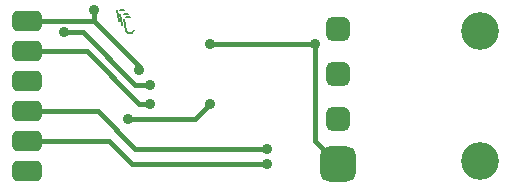
<source format=gbr>
%TF.GenerationSoftware,KiCad,Pcbnew,7.0.5*%
%TF.CreationDate,2023-10-06T16:43:15+02:00*%
%TF.ProjectId,USBTTLPGM_00,55534254-544c-4504-974d-5f30302e6b69,00*%
%TF.SameCoordinates,PX8b8aa80PY5faea10*%
%TF.FileFunction,Copper,L2,Bot*%
%TF.FilePolarity,Positive*%
%FSLAX46Y46*%
G04 Gerber Fmt 4.6, Leading zero omitted, Abs format (unit mm)*
G04 Created by KiCad (PCBNEW 7.0.5) date 2023-10-06 16:43:15*
%MOMM*%
%LPD*%
G01*
G04 APERTURE LIST*
G04 Aperture macros list*
%AMRoundRect*
0 Rectangle with rounded corners*
0 $1 Rounding radius*
0 $2 $3 $4 $5 $6 $7 $8 $9 X,Y pos of 4 corners*
0 Add a 4 corners polygon primitive as box body*
4,1,4,$2,$3,$4,$5,$6,$7,$8,$9,$2,$3,0*
0 Add four circle primitives for the rounded corners*
1,1,$1+$1,$2,$3*
1,1,$1+$1,$4,$5*
1,1,$1+$1,$6,$7*
1,1,$1+$1,$8,$9*
0 Add four rect primitives between the rounded corners*
20,1,$1+$1,$2,$3,$4,$5,0*
20,1,$1+$1,$4,$5,$6,$7,0*
20,1,$1+$1,$6,$7,$8,$9,0*
20,1,$1+$1,$8,$9,$2,$3,0*%
G04 Aperture macros list end*
%TA.AperFunction,EtchedComponent*%
%ADD10C,0.203200*%
%TD*%
%TA.AperFunction,ComponentPad*%
%ADD11RoundRect,0.750000X-0.750000X-0.750000X0.750000X-0.750000X0.750000X0.750000X-0.750000X0.750000X0*%
%TD*%
%TA.AperFunction,ComponentPad*%
%ADD12RoundRect,0.500000X-0.500000X-0.500000X0.500000X-0.500000X0.500000X0.500000X-0.500000X0.500000X0*%
%TD*%
%TA.AperFunction,ComponentPad*%
%ADD13RoundRect,0.437500X0.812500X0.437500X-0.812500X0.437500X-0.812500X-0.437500X0.812500X-0.437500X0*%
%TD*%
%TA.AperFunction,ViaPad*%
%ADD14C,3.200000*%
%TD*%
%TA.AperFunction,ViaPad*%
%ADD15C,0.900000*%
%TD*%
%TA.AperFunction,Conductor*%
%ADD16C,0.406400*%
%TD*%
G04 APERTURE END LIST*
D10*
%TO.C,REF\u002A\u002A*%
X-11382500Y6985000D02*
X-11065000Y6985000D01*
X-10906250Y6667500D02*
X-11223750Y6667500D01*
X-11223750Y5556250D02*
X-11382500Y6508750D01*
X-11700000Y7302500D02*
X-11382500Y7302500D01*
X-11700000Y6985000D02*
X-11541250Y6032500D01*
X-11858750Y6350000D02*
X-12017500Y7302500D01*
X-11223750Y5556250D02*
G75*
G03*
X-10588750Y5556250I317500J105833D01*
G01*
%TD*%
D11*
%TO.P,CN4,1,1*%
%TO.N,GND*%
X6715000Y-5715000D03*
%TD*%
D12*
%TO.P,CN3,1,1*%
%TO.N,Net-(IC2-USBDP)*%
X6715000Y-1905000D03*
%TD*%
%TO.P,CN2,1,1*%
%TO.N,Net-(IC2-USBDM)*%
X6715000Y1905000D03*
%TD*%
%TO.P,CN1,1,1*%
%TO.N,Net-(IC1-EN)*%
X6715000Y5715000D03*
%TD*%
D13*
%TO.P,P6,1,1*%
%TO.N,Net-(D1-C)*%
X-19620000Y-6350000D03*
%TD*%
%TO.P,P5,1,1*%
%TO.N,Net-(IC2-TXD)*%
X-19620000Y-3810000D03*
%TD*%
%TO.P,P4,1,1*%
%TO.N,Net-(IC2-RXD)*%
X-19620000Y-1270000D03*
%TD*%
%TO.P,P3,1,1*%
%TO.N,GND*%
X-19620000Y1270000D03*
%TD*%
%TO.P,P2,1,1*%
%TO.N,Net-(IC2-~{RTS})*%
X-19620000Y3810000D03*
%TD*%
%TO.P,P1,1,1*%
%TO.N,Net-(LD2-PadC)*%
X-19620000Y6350000D03*
%TD*%
D14*
%TO.N,*%
X18780000Y-5500000D03*
X18780000Y5500000D03*
D15*
%TO.N,GND*%
X-4080000Y4445000D03*
X4810000Y4434475D03*
%TO.N,Net-(IC2-~{RI})*%
X-4080000Y-635000D03*
X-11065000Y-1905000D03*
%TO.N,Net-(LD2-PadC)*%
X-13922500Y7302500D03*
X-10112500Y2222500D03*
%TO.N,Net-(IC2-~{DTR})*%
X-16462500Y5397500D03*
X-9160000Y952500D03*
%TO.N,Net-(IC2-~{RTS})*%
X-9160000Y-635000D03*
%TO.N,Net-(IC2-RXD)*%
X682500Y-4445000D03*
%TO.N,Net-(IC2-TXD)*%
X682500Y-5715000D03*
%TD*%
D16*
%TO.N,Net-(IC2-~{RTS})*%
X-14557500Y3810000D02*
X-19320000Y3810000D01*
X-9160000Y-635000D02*
X-10112500Y-635000D01*
X-10112500Y-635000D02*
X-14557500Y3810000D01*
%TO.N,Net-(IC2-~{DTR})*%
X-9160000Y952500D02*
X-10430000Y952500D01*
X-10430000Y952500D02*
X-14875000Y5397500D01*
X-14875000Y5397500D02*
X-16462500Y5397500D01*
%TO.N,Net-(LD2-PadC)*%
X-10112500Y2222500D02*
X-10112500Y2540000D01*
X-10112500Y2540000D02*
X-13922500Y6350000D01*
X-13922500Y6350000D02*
X-19320000Y6350000D01*
X-13922500Y7302500D02*
X-13922500Y6350000D01*
%TO.N,GND*%
X4810000Y-3810000D02*
X6715000Y-5715000D01*
X4810000Y4434475D02*
X4810000Y-3810000D01*
X4799475Y4445000D02*
X-4080000Y4445000D01*
X4810000Y4434475D02*
X4799475Y4445000D01*
%TO.N,Net-(IC2-TXD)*%
X-12652500Y-3810000D02*
X-19320000Y-3810000D01*
X-10747500Y-5715000D02*
X-12652500Y-3810000D01*
X682500Y-5715000D02*
X-10747500Y-5715000D01*
%TO.N,Net-(IC2-RXD)*%
X-13605000Y-1270000D02*
X-19320000Y-1270000D01*
X-10430000Y-4445000D02*
X-13605000Y-1270000D01*
X682500Y-4445000D02*
X-10430000Y-4445000D01*
%TO.N,Net-(IC2-~{RI})*%
X-5350000Y-1905000D02*
X-4080000Y-635000D01*
X-11065000Y-1905000D02*
X-5350000Y-1905000D01*
%TD*%
M02*

</source>
